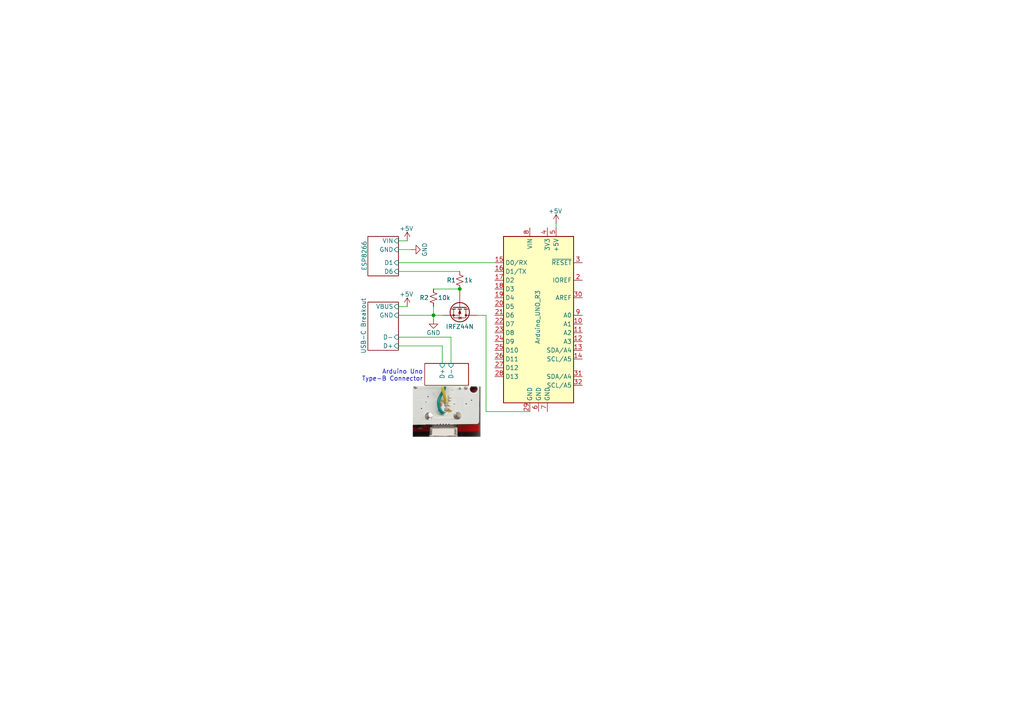
<source format=kicad_sch>
(kicad_sch (version 20250114) (generator "eeschema") (generator_version "9.0")
  (paper "A4")
  (lib_symbols
    (symbol "Device:Q_NMOS" (pin_numbers (hide yes)) (pin_names (offset 0) (hide yes))
      (property "Reference" "Q" (at 5.08 1.27 0))
      (property "Value" "Q_NMOS" (at 5.08 -1.27 0))
      (symbol "Q_NMOS_0_1"
        (polyline (pts (xy 0.254 1.905) (xy 0.254 -1.905)) (stroke (width 0.254)))
        (polyline (pts (xy 0.254 0) (xy -2.54 0)))
        (polyline (pts (xy 0.762 2.286) (xy 0.762 1.27)) (stroke (width 0.254)))
        (polyline (pts (xy 0.762 0.508) (xy 0.762 -0.508)) (stroke (width 0.254)))
        (polyline (pts (xy 0.762 -1.27) (xy 0.762 -2.286)) (stroke (width 0.254)))
        (polyline (pts (xy 0.762 -1.778) (xy 3.302 -1.778) (xy 3.302 1.778) (xy 0.762 1.778)))
        (polyline (pts (xy 1.016 0) (xy 2.032 0.381) (xy 2.032 -0.381) (xy 1.016 0)) (fill (type outline)))
        (circle (center 1.651 0) (radius 2.794) (stroke (width 0.254)))
        (polyline (pts (xy 2.54 2.54) (xy 2.54 1.778)))
        (circle (center 2.54 1.778) (radius 0.254) (fill (type outline)))
        (circle (center 2.54 -1.778) (radius 0.254) (fill (type outline)))
        (polyline (pts (xy 2.54 -2.54) (xy 2.54 0) (xy 0.762 0)))
        (polyline (pts (xy 2.921 0.381) (xy 3.683 0.381)))
        (polyline (pts (xy 3.302 0.381) (xy 2.921 -0.254) (xy 3.683 -0.254) (xy 3.302 0.381)))
      )
      (symbol "Q_NMOS_1_1"
        (pin input line (at -5.08 0 0) (length 2.54) (name "G") (number "G"))
        (pin passive line (at 2.54 5.08 270) (length 2.54) (name "D") (number "D"))
        (pin passive line (at 2.54 -5.08 90) (length 2.54) (name "S") (number "S"))
      )
    )
    (symbol "Device:R_Small_US" (pin_numbers (hide yes)) (pin_names (offset 0.254) (hide yes))
      (property "Reference" "R" (at 0.762 0.508 0))
      (property "Value" "R_Small_US" (at 0.762 -1.016 0))
      (symbol "R_Small_US_1_1"
        (polyline (pts (xy 0 1.524) (xy 1.016 1.143) (xy 0 0.762) (xy -1.016 0.381) (xy 0 0)))
        (polyline (pts (xy 0 0) (xy 1.016 -0.381) (xy 0 -0.762) (xy -1.016 -1.143) (xy 0 -1.524)))
        (pin passive line (at 0 2.54 270) (length 1.016) (name "~") (number "1"))
        (pin passive line (at 0 -2.54 90) (length 1.016) (name "~") (number "2"))
      )
    )
    (symbol "MCU_Module:Arduino_UNO_R3"
      (property "Reference" "A" (at -10.16 23.495 0))
      (property "Value" "Arduino_UNO_R3" (at 5.08 -26.67 0))
      (symbol "Arduino_UNO_R3_0_1"
        (rectangle (start -10.16 22.86) (end 10.16 -25.4) (stroke (width 0.254)) (fill (type background)))
      )
      (symbol "Arduino_UNO_R3_1_1"
        (pin bidirectional line (at -12.7 15.24 0) (length 2.54) (name "D0/RX") (number "15"))
        (pin bidirectional line (at -12.7 12.7 0) (length 2.54) (name "D1/TX") (number "16"))
        (pin bidirectional line (at -12.7 10.16 0) (length 2.54) (name "D2") (number "17"))
        (pin bidirectional line (at -12.7 7.62 0) (length 2.54) (name "D3") (number "18"))
        (pin bidirectional line (at -12.7 5.08 0) (length 2.54) (name "D4") (number "19"))
        (pin bidirectional line (at -12.7 2.54 0) (length 2.54) (name "D5") (number "20"))
        (pin bidirectional line (at -12.7 0 0) (length 2.54) (name "D6") (number "21"))
        (pin bidirectional line (at -12.7 -2.54 0) (length 2.54) (name "D7") (number "22"))
        (pin bidirectional line (at -12.7 -5.08 0) (length 2.54) (name "D8") (number "23"))
        (pin bidirectional line (at -12.7 -7.62 0) (length 2.54) (name "D9") (number "24"))
        (pin bidirectional line (at -12.7 -10.16 0) (length 2.54) (name "D10") (number "25"))
        (pin bidirectional line (at -12.7 -12.7 0) (length 2.54) (name "D11") (number "26"))
        (pin bidirectional line (at -12.7 -15.24 0) (length 2.54) (name "D12") (number "27"))
        (pin bidirectional line (at -12.7 -17.78 0) (length 2.54) (name "D13") (number "28"))
        (pin no_connect line (at -10.16 -20.32 0) (length 2.54) (hide yes) (name "NC") (number "1"))
        (pin power_in line (at -2.54 25.4 270) (length 2.54) (name "VIN") (number "8"))
        (pin power_in line (at -2.54 -27.94 90) (length 2.54) (name "GND") (number "29"))
        (pin power_in line (at 0 -27.94 90) (length 2.54) (name "GND") (number "6"))
        (pin power_out line (at 2.54 25.4 270) (length 2.54) (name "3V3") (number "4"))
        (pin power_in line (at 2.54 -27.94 90) (length 2.54) (name "GND") (number "7"))
        (pin power_out line (at 5.08 25.4 270) (length 2.54) (name "+5V") (number "5"))
        (pin input line (at 12.7 15.24 180) (length 2.54) (name "~{RESET}") (number "3"))
        (pin output line (at 12.7 10.16 180) (length 2.54) (name "IOREF") (number "2"))
        (pin input line (at 12.7 5.08 180) (length 2.54) (name "AREF") (number "30"))
        (pin bidirectional line (at 12.7 0 180) (length 2.54) (name "A0") (number "9"))
        (pin bidirectional line (at 12.7 -2.54 180) (length 2.54) (name "A1") (number "10"))
        (pin bidirectional line (at 12.7 -5.08 180) (length 2.54) (name "A2") (number "11"))
        (pin bidirectional line (at 12.7 -7.62 180) (length 2.54) (name "A3") (number "12"))
        (pin bidirectional line (at 12.7 -10.16 180) (length 2.54) (name "SDA/A4") (number "13"))
        (pin bidirectional line (at 12.7 -12.7 180) (length 2.54) (name "SCL/A5") (number "14"))
        (pin bidirectional line (at 12.7 -17.78 180) (length 2.54) (name "SDA/A4") (number "31"))
        (pin bidirectional line (at 12.7 -20.32 180) (length 2.54) (name "SCL/A5") (number "32"))
      )
    )
    (symbol "power:+5V" (power) (pin_numbers (hide yes)) (pin_names (offset 0) (hide yes))
      (property "Value" "+5V" (at 0 3.556 0))
      (symbol "+5V_0_1"
        (polyline (pts (xy -0.762 1.27) (xy 0 2.54)))
        (polyline (pts (xy 0 2.54) (xy 0.762 1.27)))
        (polyline (pts (xy 0 0) (xy 0 2.54)))
      )
      (symbol "+5V_1_1"
        (pin power_in line (at 0 0 90) (length 0) (name "~") (number "1"))
      )
    )
    (symbol "power:GND" (power) (pin_numbers (hide yes)) (pin_names (offset 0) (hide yes))
      (property "Value" "GND" (at 0 -3.81 0))
      (symbol "GND_0_1"
        (polyline (pts (xy 0 0) (xy 0 -1.27) (xy 1.27 -1.27) (xy 0 -2.54) (xy -1.27 -1.27) (xy 0 -1.27)))
      )
      (symbol "GND_1_1"
        (pin power_in line (at 0 0 270) (length 0) (name "~") (number "1"))
      )
    )
  )
  (text "Arduino Uno\nType-B Connector" (at 122.682 108.966 0) (effects (font (size 1.27 1.27)) (justify right)))
  (junction (at 133.35 83.82))
  (junction (at 125.73 91.44))
  (wire (pts (xy 115.57 97.79) (xy 130.81 97.79)))
  (wire (pts (xy 115.57 69.85) (xy 118.11 69.85)))
  (wire (pts (xy 140.97 91.44) (xy 140.97 119.38)))
  (wire (pts (xy 140.97 119.38) (xy 153.67 119.38)))
  (wire (pts (xy 115.57 100.33) (xy 128.27 100.33)))
  (wire (pts (xy 115.57 72.39) (xy 119.38 72.39)))
  (wire (pts (xy 115.57 91.44) (xy 125.73 91.44)))
  (wire (pts (xy 138.43 91.44) (xy 140.97 91.44)))
  (wire (pts (xy 125.73 91.44) (xy 125.73 92.71)))
  (wire (pts (xy 125.73 91.44) (xy 128.27 91.44)))
  (wire (pts (xy 115.57 76.2) (xy 143.51 76.2)))
  (wire (pts (xy 115.57 88.9) (xy 118.11 88.9)))
  (wire (pts (xy 125.73 88.9) (xy 125.73 91.44)))
  (wire (pts (xy 130.81 97.79) (xy 130.81 105.41)))
  (wire (pts (xy 161.29 64.77) (xy 161.29 66.04)))
  (wire (pts (xy 125.73 83.82) (xy 133.35 83.82)))
  (wire (pts (xy 115.57 78.74) (xy 133.35 78.74)))
  (wire (pts (xy 128.27 100.33) (xy 128.27 105.41)))
  (image (at 129.54 119.38) (scale 0.180956))
  (symbol (lib_id "power:GND") (at 125.73 92.71 0) (unit 1)
    (property "Reference" "#PWR01" (effects (hide yes)))
    (property "Value" "GND" (at 125.73 96.52 0))
    (property "Description" "Power symbol creates a global label with name \"GND\" , ground" (effects (hide yes)))
  )
  (symbol (lib_id "power:+5V") (at 118.11 69.85 0) (unit 1)
    (property "Reference" "#PWR04" (effects (hide yes)))
    (property "Value" "+5V" (at 115.824 66.294 0) (effects (justify left)))
    (property "Description" "Power symbol creates a global label with name \"+5V\"" (effects (hide yes)))
  )
  (symbol (lib_id "Device:R_Small_US") (at 125.73 86.36 0) (unit 1)
    (property "Reference" "R2" (at 121.666 86.36 0) (effects (justify left)))
    (property "Value" "10k" (at 127 86.36 0) (effects (justify left)))
    (property "Description" "Resistor, small US symbol" (effects (hide yes)))
  )
  (symbol (lib_id "power:GND") (at 119.38 72.39 90) (unit 1)
    (property "Reference" "#PWR02" (effects (hide yes)))
    (property "Value" "GND" (at 123.19 72.39 0))
    (property "Description" "Power symbol creates a global label with name \"GND\" , ground" (effects (hide yes)))
  )
  (symbol (lib_id "Device:Q_NMOS") (at 133.35 88.9 270) (unit 1)
    (property "Reference" "Q1" (effects (hide yes)))
    (property "Value" "IRFZ44N" (at 133.35 94.742 90))
    (property "Description" "N-MOSFET transistor" (effects (hide yes)))
  )
  (symbol (lib_id "power:+5V") (at 118.11 88.9 0) (unit 1)
    (property "Reference" "#PWR06" (effects (hide yes)))
    (property "Value" "+5V" (at 115.824 85.344 0) (effects (justify left)))
    (property "Description" "Power symbol creates a global label with name \"+5V\"" (effects (hide yes)))
  )
  (symbol (lib_id "MCU_Module:Arduino_UNO_R3") (at 156.21 91.44 0) (unit 1)
    (property "Reference" "A1" (effects (hide yes)))
    (property "Value" "Arduino_UNO_R3" (at 155.956 99.822 90) (effects (justify left)))
    (property "Footprint" "Module:Arduino_UNO_R3" (effects (hide yes)))
    (property "Datasheet" "https://www.arduino.cc/en/Main/arduinoBoardUno" (effects (hide yes)))
    (property "Description" "Arduino UNO Microcontroller Module, release 3" (effects (hide yes)))
  )
  (symbol (lib_id "Device:R_Small_US") (at 133.35 81.28 0) (unit 1)
    (property "Reference" "R1" (at 129.54 81.28 0) (effects (justify left)))
    (property "Value" "1k" (at 134.62 81.28 0) (effects (justify left)))
    (property "Description" "Resistor, small US symbol" (effects (hide yes)))
  )
  (symbol (lib_id "power:+5V") (at 161.29 64.77 0) (unit 1)
    (property "Reference" "#PWR05" (effects (hide yes)))
    (property "Value" "+5V" (at 159.004 61.214 0) (effects (justify left)))
    (property "Description" "Power symbol creates a global label with name \"+5V\"" (effects (hide yes)))
  )
  (sheet (at 106.68 87.63) (size 8.89 13.97) (stroke (width 0.1524))
    (property "Sheetname" "USB-C Breakout" (at 106.172 94.488 90) (effects (justify bottom)))
    (property "Sheetfile" "USB-C_Breakout.kicad_sch" (effects (hide yes)))
    (pin "D+" input (at 115.57 100.33 0))
    (pin "D-" input (at 115.57 97.79 0))
    (pin "GND" input (at 115.57 91.44 0))
    (pin "VBUS" input (at 115.57 88.9 0))
  )
  (sheet (at 106.68 68.58) (size 8.89 11.43) (stroke (width 0.1524))
    (property "Sheetname" "ESP8266" (at 106.426 74.168 90) (effects (justify bottom)))
    (property "Sheetfile" "ESP8266.kicad_sch" (effects (hide yes)))
    (pin "D1" input (at 115.57 76.2 0))
    (pin "D6" input (at 115.57 78.74 0))
    (pin "GND" input (at 115.57 72.39 0))
    (pin "VIN" input (at 115.57 69.85 0))
  )
  (sheet (at 123.19 105.41) (size 12.7 6.35) (stroke (width 0.1524))
    (property "Sheetname" "Arduino Uno Type-B Connector" (effects (hide yes)))
    (property "Sheetfile" "Type-B.kicad_sch" (effects (hide yes)))
    (pin "D+" input (at 128.27 105.41 90))
    (pin "D-" input (at 130.81 105.41 90))
  )
)
</source>
